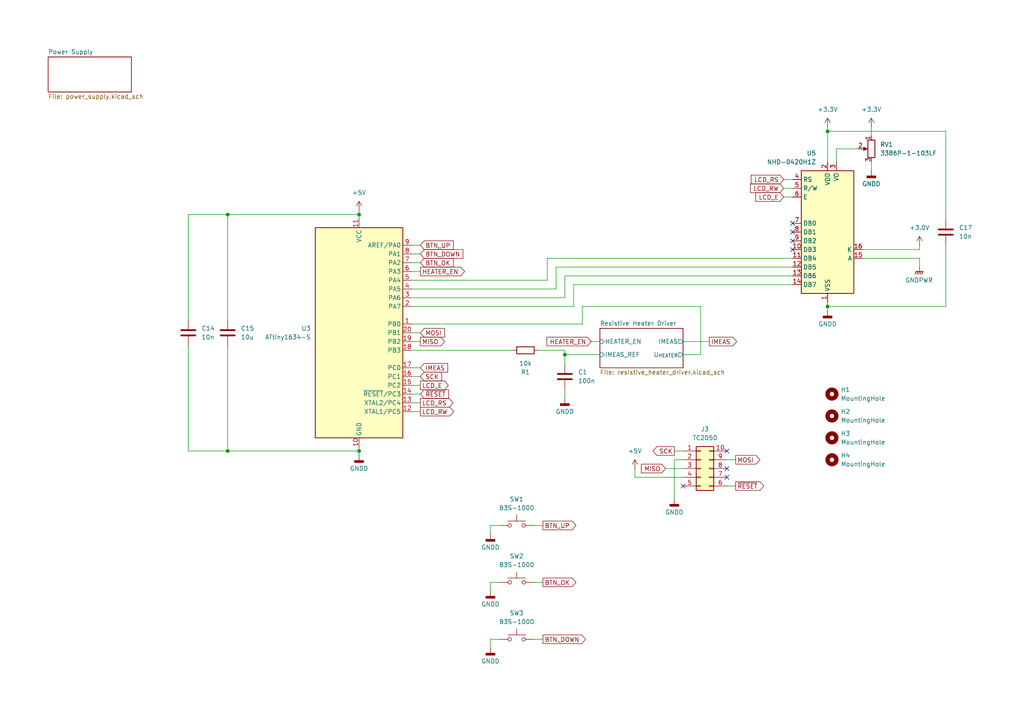
<source format=kicad_sch>
(kicad_sch (version 20231120) (generator "eeschema") (generator_version "8.0")
  (paper "A4")
  (title_block (title "Reflow Soldering Hot Plate Driver") (date "2024-07-30") (rev "v1.0.0"))
  (lib_symbols
    (symbol "Connector_Generic:Conn_02x05_Counter_Clockwise" (pin_names (offset 1.016) hide)
      (property "Reference" "J" (at 1.27 7.62 0))
      (property "Value" "Conn_02x05_Counter_Clockwise" (at 1.27 -7.62 0))
      (symbol "Conn_02x05_Counter_Clockwise_1_1"
        (rectangle (start -1.27 -4.953) (end 0 -5.207) (stroke (width 0.1524)))
        (rectangle (start -1.27 -2.413) (end 0 -2.667) (stroke (width 0.1524)))
        (rectangle (start -1.27 0.127) (end 0 -0.127) (stroke (width 0.1524)))
        (rectangle (start -1.27 2.667) (end 0 2.413) (stroke (width 0.1524)))
        (rectangle (start -1.27 5.207) (end 0 4.953) (stroke (width 0.1524)))
        (rectangle (start -1.27 6.35) (end 3.81 -6.35) (stroke (width 0.254)) (fill (type background)))
        (rectangle (start 3.81 -4.953) (end 2.54 -5.207) (stroke (width 0.1524)))
        (rectangle (start 3.81 -2.413) (end 2.54 -2.667) (stroke (width 0.1524)))
        (rectangle (start 3.81 0.127) (end 2.54 -0.127) (stroke (width 0.1524)))
        (rectangle (start 3.81 2.667) (end 2.54 2.413) (stroke (width 0.1524)))
        (rectangle (start 3.81 5.207) (end 2.54 4.953) (stroke (width 0.1524)))
        (pin passive line (at -5.08 5.08 0) (length 3.81) (name "Pin_1") (number "1"))
        (pin passive line (at 7.62 5.08 180) (length 3.81) (name "Pin_10") (number "10"))
        (pin passive line (at -5.08 2.54 0) (length 3.81) (name "Pin_2") (number "2"))
        (pin passive line (at -5.08 0 0) (length 3.81) (name "Pin_3") (number "3"))
        (pin passive line (at -5.08 -2.54 0) (length 3.81) (name "Pin_4") (number "4"))
        (pin passive line (at -5.08 -5.08 0) (length 3.81) (name "Pin_5") (number "5"))
        (pin passive line (at 7.62 -5.08 180) (length 3.81) (name "Pin_6") (number "6"))
        (pin passive line (at 7.62 -2.54 180) (length 3.81) (name "Pin_7") (number "7"))
        (pin passive line (at 7.62 0 180) (length 3.81) (name "Pin_8") (number "8"))
        (pin passive line (at 7.62 2.54 180) (length 3.81) (name "Pin_9") (number "9"))
      )
    )
    (symbol "Device:C" (pin_numbers hide) (pin_names (offset 0.254))
      (property "Reference" "C" (at 0.635 2.54 0))
      (property "Value" "C" (at 0.635 -2.54 0))
      (symbol "C_0_1"
        (polyline (pts (xy -2.032 -0.762) (xy 2.032 -0.762)) (stroke (width 0.508)))
        (polyline (pts (xy -2.032 0.762) (xy 2.032 0.762)) (stroke (width 0.508)))
      )
      (symbol "C_1_1"
        (pin passive line (at 0 3.81 270) (length 2.794) (name "~") (number "1"))
        (pin passive line (at 0 -3.81 90) (length 2.794) (name "~") (number "2"))
      )
    )
    (symbol "Device:R" (pin_numbers hide) (pin_names (offset 0))
      (property "Reference" "R" (at 2.032 0 90))
      (property "Value" "R" (at 0 0 90))
      (symbol "R_0_1"
        (rectangle (start -1.016 -2.54) (end 1.016 2.54) (stroke (width 0.254)))
      )
      (symbol "R_1_1"
        (pin passive line (at 0 3.81 270) (length 1.27) (name "~") (number "1"))
        (pin passive line (at 0 -3.81 90) (length 1.27) (name "~") (number "2"))
      )
    )
    (symbol "Device:R_Potentiometer" (pin_names (offset 1.016) hide)
      (property "Reference" "RV" (at -4.445 0 90))
      (property "Value" "R_Potentiometer" (at -2.54 0 90))
      (symbol "R_Potentiometer_0_1"
        (polyline (pts (xy 2.54 0) (xy 1.524 0)))
        (polyline (pts (xy 1.143 0) (xy 2.286 0.508) (xy 2.286 -0.508) (xy 1.143 0)) (fill (type outline)))
        (rectangle (start 1.016 2.54) (end -1.016 -2.54) (stroke (width 0.254)))
      )
      (symbol "R_Potentiometer_1_1"
        (pin passive line (at 0 3.81 270) (length 1.27) (name "1") (number "1"))
        (pin passive line (at 3.81 0 180) (length 1.27) (name "2") (number "2"))
        (pin passive line (at 0 -3.81 90) (length 1.27) (name "3") (number "3"))
      )
    )
    (symbol "Display_Character:NHD-0420H1Z"
      (property "Reference" "U" (at -6.35 19.05 0))
      (property "Value" "NHD-0420H1Z" (at 5.08 19.05 0))
      (symbol "NHD-0420H1Z_0_1"
        (rectangle (start -7.62 17.78) (end 7.62 -17.78) (stroke (width 0.254)) (fill (type background)))
      )
      (symbol "NHD-0420H1Z_1_1"
        (pin power_in line (at 0 -20.32 90) (length 2.54) (name "VSS") (number "1"))
        (pin bidirectional line (at -10.16 -5.08 0) (length 2.54) (name "DB3") (number "10"))
        (pin bidirectional line (at -10.16 -7.62 0) (length 2.54) (name "DB4") (number "11"))
        (pin bidirectional line (at -10.16 -10.16 0) (length 2.54) (name "DB5") (number "12"))
        (pin bidirectional line (at -10.16 -12.7 0) (length 2.54) (name "DB6") (number "13"))
        (pin bidirectional line (at -10.16 -15.24 0) (length 2.54) (name "DB7") (number "14"))
        (pin passive line (at 10.16 -7.62 180) (length 2.54) (name "A") (number "15"))
        (pin passive line (at 10.16 -5.08 180) (length 2.54) (name "K") (number "16"))
        (pin power_in line (at 0 20.32 270) (length 2.54) (name "VDD") (number "2"))
        (pin power_in line (at 2.54 20.32 270) (length 2.54) (name "VO") (number "3"))
        (pin input line (at -10.16 15.24 0) (length 2.54) (name "RS") (number "4"))
        (pin input line (at -10.16 12.7 0) (length 2.54) (name "R/W") (number "5"))
        (pin input line (at -10.16 10.16 0) (length 2.54) (name "E") (number "6"))
        (pin bidirectional line (at -10.16 2.54 0) (length 2.54) (name "DB0") (number "7"))
        (pin bidirectional line (at -10.16 0 0) (length 2.54) (name "DB1") (number "8"))
        (pin bidirectional line (at -10.16 -2.54 0) (length 2.54) (name "DB2") (number "9"))
      )
    )
    (symbol "MCU_Microchip_ATtiny:ATtiny1634-S"
      (property "Reference" "U" (at -12.7 31.75 0))
      (property "Value" "ATtiny1634-S" (at 2.54 -31.75 0))
      (symbol "ATtiny1634-S_0_1"
        (rectangle (start -12.7 -30.48) (end 12.7 30.48) (stroke (width 0.254)) (fill (type background)))
      )
      (symbol "ATtiny1634-S_1_1"
        (pin bidirectional line (at 15.24 2.54 180) (length 2.54) (name "PB0") (number "1"))
        (pin power_in line (at 0 -33.02 90) (length 2.54) (name "GND") (number "10"))
        (pin power_in line (at 0 33.02 270) (length 2.54) (name "VCC") (number "11"))
        (pin bidirectional line (at 15.24 -22.86 180) (length 2.54) (name "XTAL1/PC5") (number "12"))
        (pin bidirectional line (at 15.24 -20.32 180) (length 2.54) (name "XTAL2/PC4") (number "13"))
        (pin bidirectional line (at 15.24 -17.78 180) (length 2.54) (name "~{RESET}/PC3") (number "14"))
        (pin bidirectional line (at 15.24 -15.24 180) (length 2.54) (name "PC2") (number "15"))
        (pin bidirectional line (at 15.24 -12.7 180) (length 2.54) (name "PC1") (number "16"))
        (pin bidirectional line (at 15.24 -10.16 180) (length 2.54) (name "PC0") (number "17"))
        (pin bidirectional line (at 15.24 -5.08 180) (length 2.54) (name "PB3") (number "18"))
        (pin bidirectional line (at 15.24 -2.54 180) (length 2.54) (name "PB2") (number "19"))
        (pin bidirectional line (at 15.24 7.62 180) (length 2.54) (name "PA7") (number "2"))
        (pin bidirectional line (at 15.24 0 180) (length 2.54) (name "PB1") (number "20"))
        (pin bidirectional line (at 15.24 10.16 180) (length 2.54) (name "PA6") (number "3"))
        (pin bidirectional line (at 15.24 12.7 180) (length 2.54) (name "PA5") (number "4"))
        (pin bidirectional line (at 15.24 15.24 180) (length 2.54) (name "PA4") (number "5"))
        (pin bidirectional line (at 15.24 17.78 180) (length 2.54) (name "PA3") (number "6"))
        (pin bidirectional line (at 15.24 20.32 180) (length 2.54) (name "PA2") (number "7"))
        (pin bidirectional line (at 15.24 22.86 180) (length 2.54) (name "PA1") (number "8"))
        (pin bidirectional line (at 15.24 25.4 180) (length 2.54) (name "AREF/PA0") (number "9"))
      )
    )
    (symbol "Mechanical:MountingHole" (pin_names (offset 1.016)) (exclude_from_sim yes) (in_bom no)
      (property "Reference" "H" (at 0 5.08 0))
      (property "Value" "MountingHole" (at 0 3.175 0))
      (symbol "MountingHole_0_1"
        (circle (center 0 0) (radius 1.27) (stroke (width 1.27)))
      )
    )
    (symbol "Switch:SW_Push" (pin_numbers hide) (pin_names (offset 1.016) hide)
      (property "Reference" "SW" (at 1.27 2.54 0))
      (property "Value" "SW_Push" (at 0 -1.524 0))
      (symbol "SW_Push_0_1"
        (circle (center -2.032 0) (radius 0.508))
        (polyline (pts (xy 0 1.27) (xy 0 3.048)))
        (polyline (pts (xy 2.54 1.27) (xy -2.54 1.27)))
        (circle (center 2.032 0) (radius 0.508))
        (pin passive line (at -5.08 0 0) (length 2.54) (name "1") (number "1"))
        (pin passive line (at 5.08 0 180) (length 2.54) (name "2") (number "2"))
      )
    )
    (symbol "power:+3.3V" (power) (pin_numbers hide) (pin_names (offset 0) hide)
      (property "Value" "+3.3V" (at 0 3.556 0))
      (symbol "+3.3V_0_1"
        (polyline (pts (xy -0.762 1.27) (xy 0 2.54)))
        (polyline (pts (xy 0 0) (xy 0 2.54)))
        (polyline (pts (xy 0 2.54) (xy 0.762 1.27)))
      )
      (symbol "+3.3V_1_1"
        (pin power_in line (at 0 0 90) (length 0) (name "~") (number "1"))
      )
    )
    (symbol "power:+5V" (power) (pin_numbers hide) (pin_names (offset 0) hide)
      (property "Value" "+5V" (at 0 3.556 0))
      (symbol "+5V_0_1"
        (polyline (pts (xy -0.762 1.27) (xy 0 2.54)))
        (polyline (pts (xy 0 0) (xy 0 2.54)))
        (polyline (pts (xy 0 2.54) (xy 0.762 1.27)))
      )
      (symbol "+5V_1_1"
        (pin power_in line (at 0 0 90) (length 0) (name "~") (number "1"))
      )
    )
    (symbol "power:GNDD" (power) (pin_numbers hide) (pin_names (offset 0) hide)
      (property "Value" "GNDD" (at 0 -3.175 0))
      (symbol "GNDD_0_1"
        (rectangle (start -1.27 -1.524) (end 1.27 -2.032) (stroke (width 0.254)) (fill (type outline)))
        (polyline (pts (xy 0 0) (xy 0 -1.524)))
      )
      (symbol "GNDD_1_1"
        (pin power_in line (at 0 0 270) (length 0) (name "~") (number "1"))
      )
    )
    (symbol "power:GNDPWR" (power) (pin_numbers hide) (pin_names (offset 0) hide)
      (property "Value" "GNDPWR" (at 0 -3.302 0))
      (symbol "GNDPWR_0_1"
        (polyline (pts (xy 0 -1.27) (xy 0 0)))
        (polyline (pts (xy -1.016 -1.27) (xy -1.27 -2.032) (xy -1.27 -2.032)) (stroke (width 0.2032)))
        (polyline (pts (xy -0.508 -1.27) (xy -0.762 -2.032) (xy -0.762 -2.032)) (stroke (width 0.2032)))
        (polyline (pts (xy 0 -1.27) (xy -0.254 -2.032) (xy -0.254 -2.032)) (stroke (width 0.2032)))
        (polyline (pts (xy 0.508 -1.27) (xy 0.254 -2.032) (xy 0.254 -2.032)) (stroke (width 0.2032)))
        (polyline (pts (xy 1.016 -1.27) (xy -1.016 -1.27) (xy -1.016 -1.27)) (stroke (width 0.2032)))
        (polyline (pts (xy 1.016 -1.27) (xy 0.762 -2.032) (xy 0.762 -2.032) (xy 0.762 -2.032)) (stroke (width 0.2032)))
      )
      (symbol "GNDPWR_1_1"
        (pin power_in line (at 0 0 270) (length 0) (name "~") (number "1"))
      )
    )
  )
  (junction (at 240.03 88.9))
  (junction (at 104.14 130.81))
  (junction (at 163.83 102.87))
  (junction (at 104.14 62.23))
  (junction (at 240.03 38.1))
  (junction (at 66.04 130.81))
  (junction (at 66.04 62.23))
  (no_connect (at 229.87 67.31))
  (no_connect (at 198.12 140.97))
  (no_connect (at 210.82 130.81))
  (no_connect (at 229.87 64.77))
  (no_connect (at 210.82 138.43))
  (no_connect (at 210.82 135.89))
  (no_connect (at 229.87 69.85))
  (no_connect (at 229.87 72.39))
  (wire (pts (xy 142.24 152.4) (xy 142.24 154.94)))
  (wire (pts (xy 195.58 133.35) (xy 195.58 144.78)))
  (wire (pts (xy 198.12 133.35) (xy 195.58 133.35)))
  (wire (pts (xy 119.38 114.3) (xy 121.92 114.3)))
  (wire (pts (xy 274.32 38.1) (xy 240.03 38.1)))
  (wire (pts (xy 193.04 135.89) (xy 198.12 135.89)))
  (wire (pts (xy 119.38 111.76) (xy 121.92 111.76)))
  (wire (pts (xy 240.03 87.63) (xy 240.03 88.9)))
  (wire (pts (xy 227.33 57.15) (xy 229.87 57.15)))
  (wire (pts (xy 104.14 129.54) (xy 104.14 130.81)))
  (wire (pts (xy 119.38 93.98) (xy 168.91 93.98)))
  (wire (pts (xy 119.38 76.2) (xy 121.92 76.2)))
  (wire (pts (xy 119.38 71.12) (xy 121.92 71.12)))
  (wire (pts (xy 119.38 119.38) (xy 121.92 119.38)))
  (wire (pts (xy 144.78 152.4) (xy 142.24 152.4)))
  (wire (pts (xy 161.29 77.47) (xy 229.87 77.47)))
  (wire (pts (xy 161.29 83.82) (xy 161.29 77.47)))
  (wire (pts (xy 104.14 130.81) (xy 104.14 132.08)))
  (wire (pts (xy 158.75 81.28) (xy 158.75 74.93)))
  (wire (pts (xy 166.37 82.55) (xy 229.87 82.55)))
  (wire (pts (xy 144.78 185.42) (xy 142.24 185.42)))
  (wire (pts (xy 266.7 72.39) (xy 250.19 72.39)))
  (wire (pts (xy 119.38 96.52) (xy 121.92 96.52)))
  (wire (pts (xy 54.61 100.33) (xy 54.61 130.81)))
  (wire (pts (xy 104.14 60.96) (xy 104.14 62.23)))
  (wire (pts (xy 154.94 168.91) (xy 157.48 168.91)))
  (wire (pts (xy 168.91 93.98) (xy 168.91 88.9)))
  (wire (pts (xy 229.87 80.01) (xy 163.83 80.01)))
  (wire (pts (xy 266.7 71.12) (xy 266.7 72.39)))
  (wire (pts (xy 119.38 86.36) (xy 163.83 86.36)))
  (wire (pts (xy 119.38 116.84) (xy 121.92 116.84)))
  (wire (pts (xy 119.38 81.28) (xy 158.75 81.28)))
  (wire (pts (xy 54.61 130.81) (xy 66.04 130.81)))
  (wire (pts (xy 119.38 109.22) (xy 121.92 109.22)))
  (wire (pts (xy 142.24 168.91) (xy 142.24 171.45)))
  (wire (pts (xy 119.38 73.66) (xy 121.92 73.66)))
  (wire (pts (xy 54.61 62.23) (xy 66.04 62.23)))
  (wire (pts (xy 195.58 130.81) (xy 198.12 130.81)))
  (wire (pts (xy 142.24 185.42) (xy 142.24 187.96)))
  (wire (pts (xy 274.32 63.5) (xy 274.32 38.1)))
  (wire (pts (xy 163.83 102.87) (xy 163.83 105.41)))
  (wire (pts (xy 171.45 99.06) (xy 173.99 99.06)))
  (wire (pts (xy 184.15 135.89) (xy 184.15 138.43)))
  (wire (pts (xy 274.32 71.12) (xy 274.32 88.9)))
  (wire (pts (xy 198.12 99.06) (xy 205.74 99.06)))
  (wire (pts (xy 242.57 43.18) (xy 242.57 46.99)))
  (wire (pts (xy 266.7 74.93) (xy 250.19 74.93)))
  (wire (pts (xy 166.37 88.9) (xy 166.37 82.55)))
  (wire (pts (xy 184.15 138.43) (xy 198.12 138.43)))
  (wire (pts (xy 274.32 88.9) (xy 240.03 88.9)))
  (wire (pts (xy 227.33 54.61) (xy 229.87 54.61)))
  (wire (pts (xy 240.03 36.83) (xy 240.03 38.1)))
  (wire (pts (xy 210.82 133.35) (xy 213.36 133.35)))
  (wire (pts (xy 227.33 52.07) (xy 229.87 52.07)))
  (wire (pts (xy 66.04 130.81) (xy 104.14 130.81)))
  (wire (pts (xy 154.94 185.42) (xy 157.48 185.42)))
  (wire (pts (xy 156.21 101.6) (xy 163.83 101.6)))
  (wire (pts (xy 144.78 168.91) (xy 142.24 168.91)))
  (wire (pts (xy 266.7 74.93) (xy 266.7 77.47)))
  (wire (pts (xy 104.14 62.23) (xy 104.14 63.5)))
  (wire (pts (xy 203.2 88.9) (xy 203.2 102.87)))
  (wire (pts (xy 119.38 101.6) (xy 148.59 101.6)))
  (wire (pts (xy 252.73 36.83) (xy 252.73 39.37)))
  (wire (pts (xy 210.82 140.97) (xy 213.36 140.97)))
  (wire (pts (xy 119.38 83.82) (xy 161.29 83.82)))
  (wire (pts (xy 163.83 102.87) (xy 173.99 102.87)))
  (wire (pts (xy 248.92 43.18) (xy 242.57 43.18)))
  (wire (pts (xy 158.75 74.93) (xy 229.87 74.93)))
  (wire (pts (xy 252.73 46.99) (xy 252.73 49.53)))
  (wire (pts (xy 119.38 88.9) (xy 166.37 88.9)))
  (wire (pts (xy 168.91 88.9) (xy 203.2 88.9)))
  (wire (pts (xy 163.83 80.01) (xy 163.83 86.36)))
  (wire (pts (xy 119.38 106.68) (xy 121.92 106.68)))
  (wire (pts (xy 66.04 92.71) (xy 66.04 62.23)))
  (wire (pts (xy 240.03 88.9) (xy 240.03 90.17)))
  (wire (pts (xy 66.04 100.33) (xy 66.04 130.81)))
  (wire (pts (xy 119.38 78.74) (xy 121.92 78.74)))
  (wire (pts (xy 54.61 92.71) (xy 54.61 62.23)))
  (wire (pts (xy 119.38 99.06) (xy 121.92 99.06)))
  (wire (pts (xy 163.83 113.03) (xy 163.83 115.57)))
  (wire (pts (xy 203.2 102.87) (xy 198.12 102.87)))
  (wire (pts (xy 154.94 152.4) (xy 157.48 152.4)))
  (wire (pts (xy 240.03 38.1) (xy 240.03 46.99)))
  (wire (pts (xy 66.04 62.23) (xy 104.14 62.23)))
  (wire (pts (xy 163.83 101.6) (xy 163.83 102.87)))
  (global_label "IMEAS" (shape input) (at 121.92 106.68 0) (property "Intersheetrefs" "${INTERSHEET_REFS}" (effects (hide yes))))
  (global_label "IMEAS" (shape output) (at 205.74 99.06 0) (property "Intersheetrefs" "${INTERSHEET_REFS}" (effects (hide yes))))
  (global_label "MOSI" (shape output) (at 213.36 133.35 0) (property "Intersheetrefs" "${INTERSHEET_REFS}" (effects (hide yes))))
  (global_label "LCD_RS" (shape output) (at 121.92 116.84 0) (property "Intersheetrefs" "${INTERSHEET_REFS}" (effects (hide yes))))
  (global_label "LCD_RW" (shape input) (at 227.33 54.61 180) (property "Intersheetrefs" "${INTERSHEET_REFS}" (effects (hide yes))))
  (global_label "BTN_DOWN" (shape output) (at 157.48 185.42 0) (property "Intersheetrefs" "${INTERSHEET_REFS}" (effects (hide yes))))
  (global_label "LCD_RS" (shape input) (at 227.33 52.07 180) (property "Intersheetrefs" "${INTERSHEET_REFS}" (effects (hide yes))))
  (global_label "MISO" (shape input) (at 193.04 135.89 180) (property "Intersheetrefs" "${INTERSHEET_REFS}" (effects (hide yes))))
  (global_label "BTN_UP" (shape input) (at 121.92 71.12 0) (property "Intersheetrefs" "${INTERSHEET_REFS}" (effects (hide yes))))
  (global_label "LCD_RW" (shape output) (at 121.92 119.38 0) (property "Intersheetrefs" "${INTERSHEET_REFS}" (effects (hide yes))))
  (global_label "SCK" (shape input) (at 121.92 109.22 0) (property "Intersheetrefs" "${INTERSHEET_REFS}" (effects (hide yes))))
  (global_label "LCD_E" (shape output) (at 121.92 111.76 0) (property "Intersheetrefs" "${INTERSHEET_REFS}" (effects (hide yes))))
  (global_label "HEATER_EN" (shape output) (at 121.92 78.74 0) (property "Intersheetrefs" "${INTERSHEET_REFS}" (effects (hide yes))))
  (global_label "~{RESET}" (shape input) (at 121.92 114.3 0) (property "Intersheetrefs" "${INTERSHEET_REFS}" (effects (hide yes))))
  (global_label "BTN_UP" (shape output) (at 157.48 152.4 0) (property "Intersheetrefs" "${INTERSHEET_REFS}" (effects (hide yes))))
  (global_label "MOSI" (shape input) (at 121.92 96.52 0) (property "Intersheetrefs" "${INTERSHEET_REFS}" (effects (hide yes))))
  (global_label "BTN_OK" (shape input) (at 121.92 76.2 0) (property "Intersheetrefs" "${INTERSHEET_REFS}" (effects (hide yes))))
  (global_label "SCK" (shape output) (at 195.58 130.81 180) (property "Intersheetrefs" "${INTERSHEET_REFS}" (effects (hide yes))))
  (global_label "MISO" (shape output) (at 121.92 99.06 0) (property "Intersheetrefs" "${INTERSHEET_REFS}" (effects (hide yes))))
  (global_label "BTN_OK" (shape output) (at 157.48 168.91 0) (property "Intersheetrefs" "${INTERSHEET_REFS}" (effects (hide yes))))
  (global_label "HEATER_EN" (shape input) (at 171.45 99.06 180) (property "Intersheetrefs" "${INTERSHEET_REFS}" (effects (hide yes))))
  (global_label "BTN_DOWN" (shape input) (at 121.92 73.66 0) (property "Intersheetrefs" "${INTERSHEET_REFS}" (effects (hide yes))))
  (global_label "~{RESET}" (shape output) (at 213.36 140.97 0) (property "Intersheetrefs" "${INTERSHEET_REFS}" (effects (hide yes))))
  (global_label "LCD_E" (shape input) (at 227.33 57.15 180) (property "Intersheetrefs" "${INTERSHEET_REFS}" (effects (hide yes))))
  (symbol (lib_id "Switch:SW_Push") (at 149.86 185.42 0) (mirror y) (unit 1)
    (property "Reference" "SW3" (at 149.86 177.8 0))
    (property "Value" "B3S-1000" (at 149.86 180.34 0))
    (property "Footprint" "Button_Switch_SMD:SW_SPST_B3S-1000" (effects (hide yes)))
    (property "Description" "Push button switch, generic, two pins" (effects (hide yes)))
  )
  (symbol (lib_id "MCU_Microchip_ATtiny:ATtiny1634-S") (at 104.14 96.52 0) (unit 1)
    (property "Reference" "U3" (at 90.17 95.2499 0) (effects (justify right)))
    (property "Value" "ATtiny1634-S" (at 90.17 97.7899 0) (effects (justify right)))
    (property "Footprint" "Package_SO:SOIC-20W_7.5x12.8mm_P1.27mm" (effects (hide yes)))
    (property "Datasheet" "http://ww1.microchip.com/downloads/en/DeviceDoc/Atmel-8303-8-bit-AVR-Microcontroller-tinyAVR-ATtiny1634_Datasheet.pdf" (effects (hide yes)))
    (property "Description" "12MHz, 16kB Flash, 1kB SRAM, 256B EEPROM, ADC, ACI, debugWIRE, SOIC-20" (effects (hide yes)))
  )
  (symbol (lib_id "power:GNDD") (at 142.24 187.96 0) (mirror y) (unit 1)
    (property "Reference" "#PWR036" (effects (hide yes)))
    (property "Value" "GNDD" (at 142.24 191.77 0))
    (property "Description" "Power symbol creates a global label with name \"GNDD\" , digital ground" (effects (hide yes)))
  )
  (symbol (lib_id "power:GNDD") (at 142.24 154.94 0) (mirror y) (unit 1)
    (property "Reference" "#PWR034" (effects (hide yes)))
    (property "Value" "GNDD" (at 142.24 158.75 0))
    (property "Description" "Power symbol creates a global label with name \"GNDD\" , digital ground" (effects (hide yes)))
  )
  (symbol (lib_id "power:+5V") (at 104.14 60.96 0) (unit 1)
    (property "Reference" "#PWR033" (effects (hide yes)))
    (property "Value" "+5V" (at 104.14 55.88 0))
    (property "Description" "Power symbol creates a global label with name \"+5V\"" (effects (hide yes)))
  )
  (symbol (lib_id "Device:C") (at 274.32 67.31 0) (unit 1)
    (property "Reference" "C17" (at 278.13 66.0399 0) (effects (justify left)))
    (property "Value" "10n" (at 278.13 68.5799 0) (effects (justify left)))
    (property "Footprint" "Capacitor_SMD:C_0805_2012Metric_Pad1.18x1.45mm_HandSolder" (effects (hide yes)))
    (property "Description" "Unpolarized capacitor" (effects (hide yes)))
  )
  (symbol (lib_id "Display_Character:NHD-0420H1Z") (at 240.03 67.31 0) (unit 1)
    (property "Reference" "U5" (at 236.728 44.45 0) (effects (justify right)))
    (property "Value" "NHD-0420H1Z" (at 236.728 46.99 0) (effects (justify right)))
    (property "Footprint" "Display:NHD-0420H1Z" (effects (hide yes)))
    (property "Datasheet" "http://www.newhavendisplay.com/specs/NHD-0420H1Z-FSW-GBW-33V3.pdf" (effects (hide yes)))
    (property "Description" "LCD 20x4 Alphanumeric 16pin Blue/White/Green Backlight, 8bit parallel, 3.3V VDD" (effects (hide yes)))
  )
  (symbol (lib_id "power:GNDD") (at 142.24 171.45 0) (mirror y) (unit 1)
    (property "Reference" "#PWR035" (effects (hide yes)))
    (property "Value" "GNDD" (at 142.24 175.26 0))
    (property "Description" "Power symbol creates a global label with name \"GNDD\" , digital ground" (effects (hide yes)))
  )
  (symbol (lib_id "Mechanical:MountingHole") (at 241.3 114.3 0) (unit 1) (exclude_from_sim yes) (in_bom no)
    (property "Reference" "H1" (at 243.84 113.0299 0) (effects (justify left)))
    (property "Value" "MountingHole" (at 243.84 115.5699 0) (effects (justify left)))
    (property "Footprint" "MountingHole:MountingHole_3.2mm_M3" (effects (hide yes)))
    (property "Description" "Mounting Hole without connection" (effects (hide yes)))
  )
  (symbol (lib_id "Mechanical:MountingHole") (at 241.3 120.65 0) (unit 1) (exclude_from_sim yes) (in_bom no)
    (property "Reference" "H2" (at 243.84 119.3799 0) (effects (justify left)))
    (property "Value" "MountingHole" (at 243.84 121.9199 0) (effects (justify left)))
    (property "Footprint" "MountingHole:MountingHole_3.2mm_M3" (effects (hide yes)))
    (property "Description" "Mounting Hole without connection" (effects (hide yes)))
  )
  (symbol (lib_id "power:GNDPWR") (at 266.7 77.47 0) (unit 1)
    (property "Reference" "#PWR030" (effects (hide yes)))
    (property "Value" "GNDPWR" (at 266.573 81.28 0))
    (property "Description" "Power symbol creates a global label with name \"GNDPWR\" , global ground" (effects (hide yes)))
  )
  (symbol (lib_id "Connector_Generic:Conn_02x05_Counter_Clockwise") (at 203.2 135.89 0) (unit 1)
    (property "Reference" "J3" (at 204.47 124.46 0))
    (property "Value" "TC2050" (at 204.47 127 0))
    (property "Footprint" "Connector:Tag-Connect_TC2050-IDC-FP_2x05_P1.27mm_Vertical" (effects (hide yes)))
    (property "Description" "Generic connector, double row, 02x05, counter clockwise pin numbering scheme (similar to DIP package numbering), script generated (kicad-library-utils/schlib/autogen/connector/)" (effects (hide yes)))
  )
  (symbol (lib_id "Switch:SW_Push") (at 149.86 168.91 0) (mirror y) (unit 1)
    (property "Reference" "SW2" (at 149.86 161.29 0))
    (property "Value" "B3S-1000" (at 149.86 163.83 0))
    (property "Footprint" "Button_Switch_SMD:SW_SPST_B3S-1000" (effects (hide yes)))
    (property "Description" "Push button switch, generic, two pins" (effects (hide yes)))
  )
  (symbol (lib_id "power:GNDD") (at 195.58 144.78 0) (mirror y) (unit 1)
    (property "Reference" "#PWR038" (effects (hide yes)))
    (property "Value" "GNDD" (at 195.58 148.59 0))
    (property "Description" "Power symbol creates a global label with name \"GNDD\" , digital ground" (effects (hide yes)))
  )
  (symbol (lib_id "power:GNDD") (at 163.83 115.57 0) (unit 1)
    (property "Reference" "#PWR01" (effects (hide yes)))
    (property "Value" "GNDD" (at 163.83 119.38 0))
    (property "Description" "Power symbol creates a global label with name \"GNDD\" , digital ground" (effects (hide yes)))
  )
  (symbol (lib_id "Device:R_Potentiometer") (at 252.73 43.18 0) (mirror y) (unit 1)
    (property "Reference" "RV1" (at 255.27 41.9099 0) (effects (justify right)))
    (property "Value" "3386P-1-103LF" (at 255.27 44.4499 0) (effects (justify right)))
    (property "Footprint" "Potentiometer_THT:Potentiometer_Bourns_3386P_Vertical" (effects (hide yes)))
    (property "Description" "Potentiometer" (effects (hide yes)))
  )
  (symbol (lib_id "power:GNDD") (at 252.73 49.53 0) (unit 1)
    (property "Reference" "#PWR021" (effects (hide yes)))
    (property "Value" "GNDD" (at 252.73 53.34 0))
    (property "Description" "Power symbol creates a global label with name \"GNDD\" , digital ground" (effects (hide yes)))
  )
  (symbol (lib_id "Mechanical:MountingHole") (at 241.3 127 0) (unit 1) (exclude_from_sim yes) (in_bom no)
    (property "Reference" "H3" (at 243.84 125.7299 0) (effects (justify left)))
    (property "Value" "MountingHole" (at 243.84 128.2699 0) (effects (justify left)))
    (property "Footprint" "MountingHole:MountingHole_3.2mm_M3" (effects (hide yes)))
    (property "Description" "Mounting Hole without connection" (effects (hide yes)))
  )
  (symbol (lib_id "Mechanical:MountingHole") (at 241.3 133.35 0) (unit 1) (exclude_from_sim yes) (in_bom no)
    (property "Reference" "H4" (at 243.84 132.0799 0) (effects (justify left)))
    (property "Value" "MountingHole" (at 243.84 134.6199 0) (effects (justify left)))
    (property "Footprint" "MountingHole:MountingHole_3.2mm_M3" (effects (hide yes)))
    (property "Description" "Mounting Hole without connection" (effects (hide yes)))
  )
  (symbol (lib_id "Device:R") (at 152.4 101.6 270) (unit 1)
    (property "Reference" "R1" (at 152.4 107.95 90))
    (property "Value" "10k" (at 152.4 105.41 90))
    (property "Footprint" "Resistor_SMD:R_0805_2012Metric_Pad1.20x1.40mm_HandSolder" (effects (hide yes)))
    (property "Description" "Resistor" (effects (hide yes)))
  )
  (symbol (lib_id "Device:C") (at 54.61 96.52 0) (unit 1)
    (property "Reference" "C14" (at 58.42 95.2499 0) (effects (justify left)))
    (property "Value" "10n" (at 58.42 97.7899 0) (effects (justify left)))
    (property "Footprint" "Capacitor_SMD:C_0805_2012Metric_Pad1.18x1.45mm_HandSolder" (effects (hide yes)))
    (property "Description" "Unpolarized capacitor" (effects (hide yes)))
  )
  (symbol (lib_id "power:+5V") (at 184.15 135.89 0) (unit 1)
    (property "Reference" "#PWR039" (effects (hide yes)))
    (property "Value" "+5V" (at 184.15 130.81 0))
    (property "Description" "Power symbol creates a global label with name \"+5V\"" (effects (hide yes)))
  )
  (symbol (lib_id "power:GNDD") (at 104.14 132.08 0) (unit 1)
    (property "Reference" "#PWR032" (effects (hide yes)))
    (property "Value" "GNDD" (at 104.14 135.89 0))
    (property "Description" "Power symbol creates a global label with name \"GNDD\" , digital ground" (effects (hide yes)))
  )
  (symbol (lib_id "Switch:SW_Push") (at 149.86 152.4 0) (mirror y) (unit 1)
    (property "Reference" "SW1" (at 149.86 144.78 0))
    (property "Value" "B3S-1000" (at 149.86 147.32 0))
    (property "Footprint" "Button_Switch_SMD:SW_SPST_B3S-1000" (effects (hide yes)))
    (property "Description" "Push button switch, generic, two pins" (effects (hide yes)))
  )
  (symbol (lib_id "power:+3.3V") (at 266.7 71.12 0) (unit 1)
    (property "Reference" "#PWR029" (effects (hide yes)))
    (property "Value" "+3.0V" (at 266.7 66.04 0))
    (property "Description" "Power symbol creates a global label with name \"+3.3V\"" (effects (hide yes)))
  )
  (symbol (lib_id "Device:C") (at 66.04 96.52 0) (unit 1)
    (property "Reference" "C15" (at 69.85 95.2499 0) (effects (justify left)))
    (property "Value" "10u" (at 69.85 97.7899 0) (effects (justify left)))
    (property "Footprint" "Capacitor_SMD:C_0805_2012Metric_Pad1.18x1.45mm_HandSolder" (effects (hide yes)))
    (property "Description" "Unpolarized capacitor" (effects (hide yes)))
  )
  (symbol (lib_id "power:GNDD") (at 240.03 90.17 0) (unit 1)
    (property "Reference" "#PWR031" (effects (hide yes)))
    (property "Value" "GNDD" (at 240.03 93.98 0))
    (property "Description" "Power symbol creates a global label with name \"GNDD\" , digital ground" (effects (hide yes)))
  )
  (symbol (lib_id "Device:C") (at 163.83 109.22 0) (unit 1)
    (property "Reference" "C1" (at 167.64 107.9499 0) (effects (justify left)))
    (property "Value" "100n" (at 167.64 110.4899 0) (effects (justify left)))
    (property "Footprint" "Capacitor_SMD:C_0805_2012Metric_Pad1.18x1.45mm_HandSolder" (effects (hide yes)))
    (property "Description" "Unpolarized capacitor" (effects (hide yes)))
  )
  (symbol (lib_id "power:+3.3V") (at 240.03 36.83 0) (unit 1)
    (property "Reference" "#PWR028" (effects (hide yes)))
    (property "Value" "+3.3V" (at 240.03 31.75 0))
    (property "Description" "Power symbol creates a global label with name \"+3.3V\"" (effects (hide yes)))
  )
  (symbol (lib_id "power:+3.3V") (at 252.73 36.83 0) (unit 1)
    (property "Reference" "#PWR027" (effects (hide yes)))
    (property "Value" "+3.3V" (at 252.73 31.75 0))
    (property "Description" "Power symbol creates a global label with name \"+3.3V\"" (effects (hide yes)))
  )
  (sheet (at 173.99 95.25) (size 24.13 11.43) (stroke (width 0.1524))
    (property "Sheetname" "Resistive Heater Driver" (at 173.99 94.5384 0) (effects (justify left bottom)))
    (property "Sheetfile" "resistive_heater_driver.kicad_sch" (at 173.99 107.2646 0) (effects (justify left top)))
    (pin "IMEAS" output (at 198.12 99.06 0))
    (pin "IMEAS_REF" input (at 173.99 102.87 180))
    (pin "HEATER_EN" input (at 173.99 99.06 180))
    (pin "U_{HEATER}" output (at 198.12 102.87 0))
  )
  (sheet (at 13.97 16.51) (size 24.13 10.16) (stroke (width 0.1524))
    (property "Sheetname" "Power Supply" (at 13.97 15.7984 0) (effects (justify left bottom)))
    (property "Sheetfile" "power_supply.kicad_sch" (at 13.97 27.2546 0) (effects (justify left top)))
  )
)
</source>
